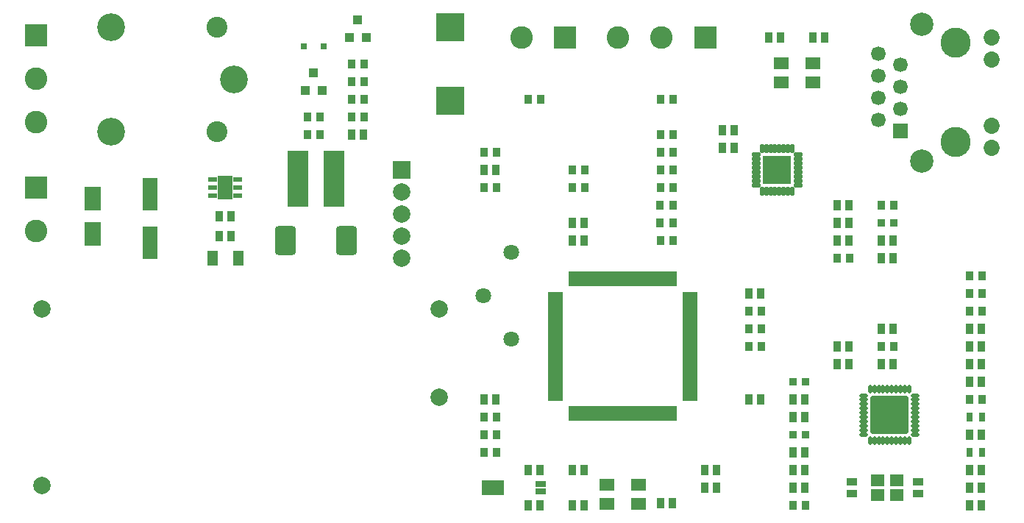
<source format=gts>
G04*
G04 #@! TF.GenerationSoftware,Altium Limited,Altium Designer,22.11.1 (43)*
G04*
G04 Layer_Color=8388736*
%FSLAX44Y44*%
%MOMM*%
G71*
G04*
G04 #@! TF.SameCoordinates,B420DA26-4F65-45AB-BA35-ACA1F2937355*
G04*
G04*
G04 #@! TF.FilePolarity,Negative*
G04*
G01*
G75*
%ADD41R,3.3032X3.3032*%
G04:AMPARAMS|DCode=42|XSize=1.0432mm|YSize=0.4732mm|CornerRadius=0.1354mm|HoleSize=0mm|Usage=FLASHONLY|Rotation=180.000|XOffset=0mm|YOffset=0mm|HoleType=Round|Shape=RoundedRectangle|*
%AMROUNDEDRECTD42*
21,1,1.0432,0.2025,0,0,180.0*
21,1,0.7725,0.4732,0,0,180.0*
1,1,0.2707,-0.3863,0.1013*
1,1,0.2707,0.3863,0.1013*
1,1,0.2707,0.3863,-0.1013*
1,1,0.2707,-0.3863,-0.1013*
%
%ADD42ROUNDEDRECTD42*%
G04:AMPARAMS|DCode=43|XSize=1.0432mm|YSize=0.4732mm|CornerRadius=0.1354mm|HoleSize=0mm|Usage=FLASHONLY|Rotation=270.000|XOffset=0mm|YOffset=0mm|HoleType=Round|Shape=RoundedRectangle|*
%AMROUNDEDRECTD43*
21,1,1.0432,0.2025,0,0,270.0*
21,1,0.7725,0.4732,0,0,270.0*
1,1,0.2707,-0.1013,-0.3863*
1,1,0.2707,-0.1013,0.3863*
1,1,0.2707,0.1013,0.3863*
1,1,0.2707,0.1013,-0.3863*
%
%ADD43ROUNDEDRECTD43*%
%ADD44R,1.8032X3.7032*%
%ADD45R,0.8532X1.1032*%
%ADD46R,0.9032X1.2032*%
%ADD47R,0.9532X0.9032*%
%ADD48R,1.8032X1.4532*%
%ADD49R,1.7532X0.5032*%
%ADD50R,0.5032X1.7532*%
%ADD51R,3.2032X3.2532*%
%ADD52R,1.0032X1.1032*%
%ADD53R,1.3032X0.8032*%
%ADD54R,2.6032X1.7032*%
%ADD55R,2.4032X6.5032*%
%ADD56R,1.8032X2.7032*%
%ADD57R,1.0432X0.6232*%
G04:AMPARAMS|DCode=58|XSize=2.3832mm|YSize=3.3232mm|CornerRadius=0.3741mm|HoleSize=0mm|Usage=FLASHONLY|Rotation=180.000|XOffset=0mm|YOffset=0mm|HoleType=Round|Shape=RoundedRectangle|*
%AMROUNDEDRECTD58*
21,1,2.3832,2.5750,0,0,180.0*
21,1,1.6350,3.3232,0,0,180.0*
1,1,0.7482,-0.8175,1.2875*
1,1,0.7482,0.8175,1.2875*
1,1,0.7482,0.8175,-1.2875*
1,1,0.7482,-0.8175,-1.2875*
%
%ADD58ROUNDEDRECTD58*%
%ADD59R,1.2032X1.8032*%
%ADD60R,0.7932X0.6532*%
G04:AMPARAMS|DCode=61|XSize=4.4032mm|YSize=4.4032mm|CornerRadius=0.3116mm|HoleSize=0mm|Usage=FLASHONLY|Rotation=0.000|XOffset=0mm|YOffset=0mm|HoleType=Round|Shape=RoundedRectangle|*
%AMROUNDEDRECTD61*
21,1,4.4032,3.7800,0,0,0.0*
21,1,3.7800,4.4032,0,0,0.0*
1,1,0.6232,1.8900,-1.8900*
1,1,0.6232,-1.8900,-1.8900*
1,1,0.6232,-1.8900,1.8900*
1,1,0.6232,1.8900,1.8900*
%
%ADD61ROUNDEDRECTD61*%
G04:AMPARAMS|DCode=62|XSize=1.0032mm|YSize=0.5032mm|CornerRadius=0.1766mm|HoleSize=0mm|Usage=FLASHONLY|Rotation=270.000|XOffset=0mm|YOffset=0mm|HoleType=Round|Shape=RoundedRectangle|*
%AMROUNDEDRECTD62*
21,1,1.0032,0.1500,0,0,270.0*
21,1,0.6500,0.5032,0,0,270.0*
1,1,0.3532,-0.0750,-0.3250*
1,1,0.3532,-0.0750,0.3250*
1,1,0.3532,0.0750,0.3250*
1,1,0.3532,0.0750,-0.3250*
%
%ADD62ROUNDEDRECTD62*%
G04:AMPARAMS|DCode=63|XSize=1.0032mm|YSize=0.5032mm|CornerRadius=0.1766mm|HoleSize=0mm|Usage=FLASHONLY|Rotation=180.000|XOffset=0mm|YOffset=0mm|HoleType=Round|Shape=RoundedRectangle|*
%AMROUNDEDRECTD63*
21,1,1.0032,0.1500,0,0,180.0*
21,1,0.6500,0.5032,0,0,180.0*
1,1,0.3532,-0.3250,0.0750*
1,1,0.3532,0.3250,0.0750*
1,1,0.3532,0.3250,-0.0750*
1,1,0.3532,-0.3250,-0.0750*
%
%ADD63ROUNDEDRECTD63*%
%ADD64R,0.8032X1.0032*%
%ADD65R,1.2032X0.9032*%
%ADD66R,1.6032X1.4032*%
%ADD67R,1.9032X2.7032*%
%ADD68R,2.0032X2.0032*%
%ADD69C,2.0032*%
%ADD70C,1.8032*%
%ADD71C,2.6782*%
%ADD72C,1.8532*%
%ADD73C,1.6812*%
%ADD74R,1.6812X1.6812*%
%ADD75C,3.4632*%
%ADD76C,2.6032*%
%ADD77R,2.6032X2.6032*%
%ADD78C,2.4032*%
%ADD79C,2.4032*%
%ADD80C,3.2032*%
%ADD81R,2.6032X2.6032*%
D41*
X889000Y406400D02*
D03*
D42*
X864650Y388900D02*
D03*
Y393900D02*
D03*
Y398900D02*
D03*
Y403900D02*
D03*
Y408900D02*
D03*
Y413900D02*
D03*
Y418900D02*
D03*
Y423900D02*
D03*
X913350D02*
D03*
Y418900D02*
D03*
Y413900D02*
D03*
Y408900D02*
D03*
Y403900D02*
D03*
Y398900D02*
D03*
Y393900D02*
D03*
Y388900D02*
D03*
D43*
X906500Y382050D02*
D03*
X901500D02*
D03*
X896500D02*
D03*
X891500D02*
D03*
X886500D02*
D03*
X881500D02*
D03*
X876500D02*
D03*
X871500D02*
D03*
Y430750D02*
D03*
X876500D02*
D03*
X881500D02*
D03*
X886500D02*
D03*
X891500D02*
D03*
X896500D02*
D03*
X901500D02*
D03*
X906500D02*
D03*
D44*
X167640Y322520D02*
D03*
Y378520D02*
D03*
D45*
X754750Y487680D02*
D03*
X769250D02*
D03*
X667650Y386080D02*
D03*
X653150D02*
D03*
X551550Y426720D02*
D03*
X566050D02*
D03*
Y386080D02*
D03*
X551550D02*
D03*
X653150Y406400D02*
D03*
X667650D02*
D03*
X957950Y304800D02*
D03*
X972450D02*
D03*
X1023250Y365760D02*
D03*
X1008750D02*
D03*
X856350Y203200D02*
D03*
X870850D02*
D03*
X856350Y223520D02*
D03*
X870850D02*
D03*
X856350Y243840D02*
D03*
X870850D02*
D03*
X566050Y121920D02*
D03*
X551550D02*
D03*
X754380Y345440D02*
D03*
X768880D02*
D03*
X754750Y325120D02*
D03*
X769250D02*
D03*
X754750Y406400D02*
D03*
X769250D02*
D03*
X754380Y365760D02*
D03*
X768880D02*
D03*
X754750Y386080D02*
D03*
X769250D02*
D03*
X754750Y447040D02*
D03*
X769250D02*
D03*
X754750Y426720D02*
D03*
X769250D02*
D03*
X616850Y487680D02*
D03*
X602350D02*
D03*
X551550Y101600D02*
D03*
X566050D02*
D03*
X551550Y81280D02*
D03*
X566050D02*
D03*
X399150Y528320D02*
D03*
X413650D02*
D03*
Y508000D02*
D03*
X399150D02*
D03*
X413650Y487680D02*
D03*
X399150D02*
D03*
X362850Y447040D02*
D03*
X348350D02*
D03*
X413650Y467360D02*
D03*
X399150D02*
D03*
X348350D02*
D03*
X362850D02*
D03*
X921650Y20320D02*
D03*
X907150D02*
D03*
X1110350Y264160D02*
D03*
X1124850D02*
D03*
X1110350Y284480D02*
D03*
X1124850D02*
D03*
X1110350Y243840D02*
D03*
X1124850D02*
D03*
X1110350Y142240D02*
D03*
X1124850D02*
D03*
X1023250Y203200D02*
D03*
X1008750D02*
D03*
D46*
X826370Y431800D02*
D03*
X839870D02*
D03*
X826370Y452120D02*
D03*
X839870D02*
D03*
X565550Y406400D02*
D03*
X552050D02*
D03*
X971950Y325120D02*
D03*
X958450D02*
D03*
X1009250Y304800D02*
D03*
X1022750D02*
D03*
X1009250Y325120D02*
D03*
X1022750D02*
D03*
X971950Y365760D02*
D03*
X958450D02*
D03*
X971950Y345440D02*
D03*
X958450D02*
D03*
X944010Y558800D02*
D03*
X930510D02*
D03*
X879710D02*
D03*
X893210D02*
D03*
X399650Y447040D02*
D03*
X413150D02*
D03*
X247250Y353060D02*
D03*
X260750D02*
D03*
Y330200D02*
D03*
X247250D02*
D03*
X856850Y142240D02*
D03*
X870350D02*
D03*
X819550Y60960D02*
D03*
X806050D02*
D03*
Y40640D02*
D03*
X819550D02*
D03*
X755250Y22860D02*
D03*
X768750D02*
D03*
X653650Y20320D02*
D03*
X667150D02*
D03*
X653650Y60960D02*
D03*
X667150D02*
D03*
X870350Y264160D02*
D03*
X856850D02*
D03*
X667150Y345440D02*
D03*
X653650D02*
D03*
X602850Y20320D02*
D03*
X616350D02*
D03*
X667150Y325120D02*
D03*
X653650D02*
D03*
X1110850Y101600D02*
D03*
X1124350D02*
D03*
Y60960D02*
D03*
X1110850D02*
D03*
Y182880D02*
D03*
X1124350D02*
D03*
X1009250Y223520D02*
D03*
X1022750D02*
D03*
X1110850Y20320D02*
D03*
X1124350D02*
D03*
Y40640D02*
D03*
X1110850D02*
D03*
Y223520D02*
D03*
X1124350D02*
D03*
X1110850Y203200D02*
D03*
X1124350D02*
D03*
X1110850Y162560D02*
D03*
X1124350D02*
D03*
X921150Y40640D02*
D03*
X907650D02*
D03*
Y81280D02*
D03*
X921150D02*
D03*
Y60960D02*
D03*
X907650D02*
D03*
Y142240D02*
D03*
X921150D02*
D03*
Y121920D02*
D03*
X907650D02*
D03*
X1009250Y182880D02*
D03*
X1022750D02*
D03*
X971950Y203200D02*
D03*
X958450D02*
D03*
X971950Y182880D02*
D03*
X958450D02*
D03*
X565550Y142240D02*
D03*
X552050D02*
D03*
X616350Y60960D02*
D03*
X602850D02*
D03*
D47*
X1023250Y345440D02*
D03*
X1008750D02*
D03*
X921650Y162560D02*
D03*
X907150D02*
D03*
Y101600D02*
D03*
X921650D02*
D03*
D48*
X930360Y529160D02*
D03*
X893360Y507160D02*
D03*
Y529160D02*
D03*
X930360Y507160D02*
D03*
X729700Y44020D02*
D03*
X692700Y22020D02*
D03*
Y44020D02*
D03*
X729700Y22020D02*
D03*
D49*
X633700Y143200D02*
D03*
Y148200D02*
D03*
Y153200D02*
D03*
Y158200D02*
D03*
Y163200D02*
D03*
Y168200D02*
D03*
Y173200D02*
D03*
Y178200D02*
D03*
Y183200D02*
D03*
Y188200D02*
D03*
Y193200D02*
D03*
Y198200D02*
D03*
Y203200D02*
D03*
Y208200D02*
D03*
Y213200D02*
D03*
Y218200D02*
D03*
Y223200D02*
D03*
Y228200D02*
D03*
Y233200D02*
D03*
Y238200D02*
D03*
Y243200D02*
D03*
Y248200D02*
D03*
Y253200D02*
D03*
Y258200D02*
D03*
Y263200D02*
D03*
X788700D02*
D03*
Y258200D02*
D03*
Y253200D02*
D03*
Y248200D02*
D03*
Y243200D02*
D03*
Y238200D02*
D03*
Y233200D02*
D03*
Y228200D02*
D03*
Y223200D02*
D03*
Y218200D02*
D03*
Y213200D02*
D03*
Y208200D02*
D03*
Y203200D02*
D03*
Y198200D02*
D03*
Y193200D02*
D03*
Y188200D02*
D03*
Y183200D02*
D03*
Y178200D02*
D03*
Y173200D02*
D03*
Y168200D02*
D03*
Y163200D02*
D03*
Y158200D02*
D03*
Y153200D02*
D03*
Y148200D02*
D03*
Y143200D02*
D03*
D50*
X651200Y280700D02*
D03*
X656200D02*
D03*
X661200D02*
D03*
X666200D02*
D03*
X671200D02*
D03*
X676200D02*
D03*
X681200D02*
D03*
X686200D02*
D03*
X691200D02*
D03*
X696200D02*
D03*
X701200D02*
D03*
X706200D02*
D03*
X711200D02*
D03*
X716200D02*
D03*
X721200D02*
D03*
X726200D02*
D03*
X731200D02*
D03*
X736200D02*
D03*
X741200D02*
D03*
X746200D02*
D03*
X751200D02*
D03*
X756200D02*
D03*
X761200D02*
D03*
X766200D02*
D03*
X771200D02*
D03*
Y125700D02*
D03*
X766200D02*
D03*
X761200D02*
D03*
X756200D02*
D03*
X751200D02*
D03*
X746200D02*
D03*
X741200D02*
D03*
X736200D02*
D03*
X731200D02*
D03*
X726200D02*
D03*
X721200D02*
D03*
X716200D02*
D03*
X711200D02*
D03*
X706200D02*
D03*
X701200D02*
D03*
X696200D02*
D03*
X691200D02*
D03*
X686200D02*
D03*
X681200D02*
D03*
X676200D02*
D03*
X671200D02*
D03*
X666200D02*
D03*
X661200D02*
D03*
X656200D02*
D03*
X651200D02*
D03*
D51*
X513080Y570570D02*
D03*
Y486070D02*
D03*
D52*
X415900Y558960D02*
D03*
X406400Y578960D02*
D03*
X396900Y558960D02*
D03*
X365100Y498000D02*
D03*
X355600Y518000D02*
D03*
X346100Y498000D02*
D03*
D53*
X617030Y45140D02*
D03*
Y36140D02*
D03*
D54*
X561530Y40640D02*
D03*
D55*
X337640Y396240D02*
D03*
X378640D02*
D03*
D56*
X254000Y386080D02*
D03*
D57*
X239650Y376580D02*
D03*
Y386080D02*
D03*
Y395580D02*
D03*
X268350D02*
D03*
Y386080D02*
D03*
Y376580D02*
D03*
D58*
X392990Y325120D02*
D03*
X323290D02*
D03*
D59*
X239000Y304800D02*
D03*
X269000D02*
D03*
D60*
X366850Y548640D02*
D03*
X344350D02*
D03*
D61*
X1018420Y124340D02*
D03*
D62*
X995920Y153840D02*
D03*
X1000920D02*
D03*
X1005920D02*
D03*
X1010920D02*
D03*
X1015920D02*
D03*
X1020920D02*
D03*
X1025920D02*
D03*
X1030920D02*
D03*
X1035920D02*
D03*
X1040920D02*
D03*
Y94840D02*
D03*
X1035920D02*
D03*
X1030920D02*
D03*
X1025920D02*
D03*
X1020920D02*
D03*
X1015920D02*
D03*
X1010920D02*
D03*
X1005920D02*
D03*
X1000920D02*
D03*
X995920D02*
D03*
D63*
X1047920Y146840D02*
D03*
Y141840D02*
D03*
Y136840D02*
D03*
Y131840D02*
D03*
Y126840D02*
D03*
Y121840D02*
D03*
Y116840D02*
D03*
Y111840D02*
D03*
Y106840D02*
D03*
Y101840D02*
D03*
X988920D02*
D03*
Y106840D02*
D03*
Y111840D02*
D03*
Y116840D02*
D03*
Y121840D02*
D03*
Y126840D02*
D03*
Y131840D02*
D03*
Y136840D02*
D03*
Y141840D02*
D03*
Y146840D02*
D03*
D64*
X1110600Y81280D02*
D03*
X1124600D02*
D03*
X1110600Y121920D02*
D03*
X1124600D02*
D03*
D65*
X1051560Y47390D02*
D03*
Y33890D02*
D03*
X975360D02*
D03*
Y47390D02*
D03*
D66*
X1005000Y49140D02*
D03*
X1027000D02*
D03*
X1005000Y32140D02*
D03*
X1027000D02*
D03*
D67*
X101600Y333060D02*
D03*
Y373060D02*
D03*
D68*
X457200Y406400D02*
D03*
D69*
Y304800D02*
D03*
Y330200D02*
D03*
Y355600D02*
D03*
Y381000D02*
D03*
X43180Y43180D02*
D03*
X500380Y246380D02*
D03*
Y144780D02*
D03*
X43180Y246380D02*
D03*
D70*
X583180Y311620D02*
D03*
Y211620D02*
D03*
X551180Y261620D02*
D03*
D71*
X1055840Y574050D02*
D03*
Y416550D02*
D03*
D72*
X1135840Y558550D02*
D03*
Y533150D02*
D03*
Y457450D02*
D03*
Y432050D02*
D03*
D73*
X1005840Y539750D02*
D03*
X1031240Y527050D02*
D03*
X1005840Y514350D02*
D03*
X1031240Y501650D02*
D03*
X1005840Y488950D02*
D03*
X1031240Y476250D02*
D03*
X1005840Y463550D02*
D03*
D74*
X1031240Y450850D02*
D03*
D75*
X1094740Y552450D02*
D03*
Y438150D02*
D03*
D76*
X756120Y558800D02*
D03*
X706120D02*
D03*
X594760D02*
D03*
X35635Y511340D02*
D03*
Y461340D02*
D03*
Y335680D02*
D03*
D77*
X806120Y558800D02*
D03*
X644760D02*
D03*
D78*
X244040Y450540D02*
D03*
D79*
Y570540D02*
D03*
D80*
X122040Y450540D02*
D03*
Y570540D02*
D03*
X264040Y510540D02*
D03*
D81*
X35635Y561340D02*
D03*
Y385680D02*
D03*
M02*

</source>
